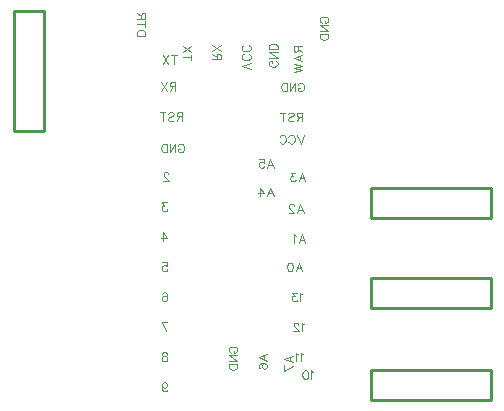
<source format=gbo>
G04 Layer: BottomSilkLayer*
G04 EasyEDA v6.4.7, 2020-11-10T19:46:02+00:00*
G04 68ef014cab984e83be15227dbec4fbb5,fc2761ce2fcb42ad9aa58f7a23a2c2a4,10*
G04 Gerber Generator version 0.2*
G04 Scale: 100 percent, Rotated: No, Reflected: No *
G04 Dimensions in millimeters *
G04 leading zeros omitted , absolute positions ,3 integer and 3 decimal *
%FSLAX33Y33*%
%MOMM*%
G90*
D02*

%ADD10C,0.254000*%
%ADD30C,0.101600*%

%LPD*%
G54D10*
G01X46101Y41444D02*
G01X46101Y31538D01*
G01X43561Y31538D01*
G01X43561Y41698D01*
G01X46101Y41698D01*
G01X46101Y41444D01*
G01X74041Y11345D02*
G01X83947Y11345D01*
G01X83947Y8805D01*
G01X73787Y8805D01*
G01X73787Y11345D01*
G01X74041Y11345D01*
G01X74041Y19092D02*
G01X83947Y19092D01*
G01X83947Y16552D01*
G01X73787Y16552D01*
G01X73787Y19092D01*
G01X74041Y19092D01*
G01X74041Y26712D02*
G01X83947Y26712D01*
G01X83947Y24172D01*
G01X73787Y24172D01*
G01X73787Y26712D01*
G01X74041Y26712D01*
G54D30*
G01X57154Y37959D02*
G01X57154Y37230D01*
G01X57395Y37959D02*
G01X56910Y37959D01*
G01X56682Y37959D02*
G01X56197Y37230D01*
G01X56197Y37959D02*
G01X56682Y37230D01*
G01X57268Y35673D02*
G01X57268Y34944D01*
G01X57268Y35673D02*
G01X56956Y35673D01*
G01X56852Y35637D01*
G01X56819Y35602D01*
G01X56783Y35533D01*
G01X56783Y35465D01*
G01X56819Y35396D01*
G01X56852Y35361D01*
G01X56956Y35325D01*
G01X57268Y35325D01*
G01X57027Y35325D02*
G01X56783Y34944D01*
G01X56555Y35673D02*
G01X56070Y34944D01*
G01X56070Y35673D02*
G01X56555Y34944D01*
G01X57855Y33133D02*
G01X57855Y32404D01*
G01X57855Y33133D02*
G01X57543Y33133D01*
G01X57439Y33097D01*
G01X57406Y33062D01*
G01X57370Y32993D01*
G01X57370Y32925D01*
G01X57406Y32856D01*
G01X57439Y32821D01*
G01X57543Y32785D01*
G01X57855Y32785D01*
G01X57614Y32785D02*
G01X57370Y32404D01*
G01X56656Y33029D02*
G01X56725Y33097D01*
G01X56829Y33133D01*
G01X56969Y33133D01*
G01X57073Y33097D01*
G01X57141Y33029D01*
G01X57141Y32958D01*
G01X57106Y32889D01*
G01X57073Y32856D01*
G01X57004Y32821D01*
G01X56796Y32752D01*
G01X56725Y32716D01*
G01X56692Y32681D01*
G01X56656Y32612D01*
G01X56656Y32508D01*
G01X56725Y32440D01*
G01X56829Y32404D01*
G01X56969Y32404D01*
G01X57073Y32440D01*
G01X57141Y32508D01*
G01X56186Y33133D02*
G01X56186Y32404D01*
G01X56428Y33133D02*
G01X55943Y33133D01*
G01X57495Y30291D02*
G01X57530Y30362D01*
G01X57599Y30430D01*
G01X57670Y30466D01*
G01X57807Y30466D01*
G01X57876Y30430D01*
G01X57947Y30362D01*
G01X57980Y30291D01*
G01X58015Y30189D01*
G01X58015Y30014D01*
G01X57980Y29910D01*
G01X57947Y29841D01*
G01X57876Y29773D01*
G01X57807Y29737D01*
G01X57670Y29737D01*
G01X57599Y29773D01*
G01X57530Y29841D01*
G01X57495Y29910D01*
G01X57495Y30014D01*
G01X57670Y30014D02*
G01X57495Y30014D01*
G01X57266Y30466D02*
G01X57266Y29737D01*
G01X57266Y30466D02*
G01X56783Y29737D01*
G01X56783Y30466D02*
G01X56783Y29737D01*
G01X56555Y30466D02*
G01X56555Y29737D01*
G01X56555Y30466D02*
G01X56311Y30466D01*
G01X56207Y30430D01*
G01X56138Y30362D01*
G01X56103Y30291D01*
G01X56070Y30189D01*
G01X56070Y30014D01*
G01X56103Y29910D01*
G01X56138Y29841D01*
G01X56207Y29773D01*
G01X56311Y29737D01*
G01X56555Y29737D01*
G01X56677Y27878D02*
G01X56677Y27913D01*
G01X56644Y27982D01*
G01X56608Y28017D01*
G01X56540Y28053D01*
G01X56400Y28053D01*
G01X56331Y28017D01*
G01X56296Y27982D01*
G01X56263Y27913D01*
G01X56263Y27845D01*
G01X56296Y27776D01*
G01X56367Y27672D01*
G01X56712Y27324D01*
G01X56227Y27324D01*
G01X56517Y25513D02*
G01X56136Y25513D01*
G01X56344Y25236D01*
G01X56240Y25236D01*
G01X56169Y25201D01*
G01X56136Y25165D01*
G01X56100Y25061D01*
G01X56100Y24992D01*
G01X56136Y24888D01*
G01X56204Y24820D01*
G01X56308Y24784D01*
G01X56413Y24784D01*
G01X56517Y24820D01*
G01X56550Y24855D01*
G01X56585Y24924D01*
G01X56240Y22973D02*
G01X56585Y22488D01*
G01X56065Y22488D01*
G01X56240Y22973D02*
G01X56240Y22244D01*
G01X56169Y20433D02*
G01X56517Y20433D01*
G01X56550Y20121D01*
G01X56517Y20156D01*
G01X56413Y20189D01*
G01X56308Y20189D01*
G01X56204Y20156D01*
G01X56136Y20085D01*
G01X56100Y19981D01*
G01X56100Y19912D01*
G01X56136Y19808D01*
G01X56204Y19740D01*
G01X56308Y19704D01*
G01X56413Y19704D01*
G01X56517Y19740D01*
G01X56550Y19775D01*
G01X56585Y19844D01*
G01X56169Y17789D02*
G01X56204Y17857D01*
G01X56308Y17893D01*
G01X56377Y17893D01*
G01X56481Y17857D01*
G01X56550Y17753D01*
G01X56585Y17581D01*
G01X56585Y17408D01*
G01X56550Y17268D01*
G01X56481Y17200D01*
G01X56377Y17164D01*
G01X56344Y17164D01*
G01X56240Y17200D01*
G01X56169Y17268D01*
G01X56136Y17372D01*
G01X56136Y17408D01*
G01X56169Y17512D01*
G01X56240Y17581D01*
G01X56344Y17616D01*
G01X56377Y17616D01*
G01X56481Y17581D01*
G01X56550Y17512D01*
G01X56585Y17408D01*
G01X56100Y15353D02*
G01X56446Y14624D01*
G01X56585Y15353D02*
G01X56100Y15353D01*
G01X56413Y12813D02*
G01X56517Y12777D01*
G01X56550Y12709D01*
G01X56550Y12638D01*
G01X56517Y12569D01*
G01X56446Y12536D01*
G01X56308Y12501D01*
G01X56204Y12465D01*
G01X56136Y12396D01*
G01X56100Y12328D01*
G01X56100Y12224D01*
G01X56136Y12155D01*
G01X56169Y12120D01*
G01X56273Y12084D01*
G01X56413Y12084D01*
G01X56517Y12120D01*
G01X56550Y12155D01*
G01X56585Y12224D01*
G01X56585Y12328D01*
G01X56550Y12396D01*
G01X56481Y12465D01*
G01X56377Y12501D01*
G01X56240Y12536D01*
G01X56169Y12569D01*
G01X56136Y12638D01*
G01X56136Y12709D01*
G01X56169Y12777D01*
G01X56273Y12813D01*
G01X56413Y12813D01*
G01X56136Y10029D02*
G01X56169Y9925D01*
G01X56240Y9856D01*
G01X56344Y9821D01*
G01X56377Y9821D01*
G01X56481Y9856D01*
G01X56550Y9925D01*
G01X56585Y10029D01*
G01X56585Y10065D01*
G01X56550Y10169D01*
G01X56481Y10237D01*
G01X56377Y10273D01*
G01X56344Y10273D01*
G01X56240Y10237D01*
G01X56169Y10169D01*
G01X56136Y10029D01*
G01X56136Y9856D01*
G01X56169Y9684D01*
G01X56240Y9580D01*
G01X56344Y9544D01*
G01X56413Y9544D01*
G01X56517Y9580D01*
G01X56550Y9648D01*
G01X67296Y38742D02*
G01X68024Y38742D01*
G01X67296Y38742D02*
G01X67296Y38430D01*
G01X67331Y38326D01*
G01X67367Y38293D01*
G01X67435Y38257D01*
G01X67504Y38257D01*
G01X67572Y38293D01*
G01X67608Y38326D01*
G01X67643Y38430D01*
G01X67643Y38742D01*
G01X67643Y38501D02*
G01X68024Y38257D01*
G01X67296Y37752D02*
G01X68024Y38029D01*
G01X67296Y37752D02*
G01X68024Y37475D01*
G01X67781Y37925D02*
G01X67781Y37579D01*
G01X67296Y37246D02*
G01X68024Y37074D01*
G01X67296Y36901D02*
G01X68024Y37074D01*
G01X67296Y36901D02*
G01X68024Y36726D01*
G01X67296Y36553D02*
G01X68024Y36726D01*
G01X67647Y35481D02*
G01X67683Y35552D01*
G01X67752Y35621D01*
G01X67823Y35656D01*
G01X67960Y35656D01*
G01X68028Y35621D01*
G01X68100Y35552D01*
G01X68133Y35481D01*
G01X68168Y35380D01*
G01X68168Y35204D01*
G01X68133Y35100D01*
G01X68100Y35032D01*
G01X68028Y34963D01*
G01X67960Y34927D01*
G01X67823Y34927D01*
G01X67752Y34963D01*
G01X67683Y35032D01*
G01X67647Y35100D01*
G01X67647Y35204D01*
G01X67823Y35204D02*
G01X67647Y35204D01*
G01X67419Y35656D02*
G01X67419Y34927D01*
G01X67419Y35656D02*
G01X66936Y34927D01*
G01X66936Y35656D02*
G01X66936Y34927D01*
G01X66708Y35656D02*
G01X66708Y34927D01*
G01X66708Y35656D02*
G01X66464Y35656D01*
G01X66360Y35621D01*
G01X66291Y35552D01*
G01X66255Y35481D01*
G01X66222Y35380D01*
G01X66222Y35204D01*
G01X66255Y35100D01*
G01X66291Y35032D01*
G01X66360Y34963D01*
G01X66464Y34927D01*
G01X66708Y34927D01*
G01X68008Y33116D02*
G01X68008Y32387D01*
G01X68008Y33116D02*
G01X67696Y33116D01*
G01X67592Y33081D01*
G01X67559Y33045D01*
G01X67523Y32977D01*
G01X67523Y32908D01*
G01X67559Y32840D01*
G01X67592Y32804D01*
G01X67696Y32768D01*
G01X68008Y32768D01*
G01X67767Y32768D02*
G01X67523Y32387D01*
G01X66809Y33012D02*
G01X66878Y33081D01*
G01X66982Y33116D01*
G01X67122Y33116D01*
G01X67226Y33081D01*
G01X67294Y33012D01*
G01X67294Y32941D01*
G01X67259Y32873D01*
G01X67226Y32840D01*
G01X67157Y32804D01*
G01X66949Y32735D01*
G01X66878Y32700D01*
G01X66845Y32664D01*
G01X66809Y32596D01*
G01X66809Y32492D01*
G01X66878Y32423D01*
G01X66982Y32387D01*
G01X67122Y32387D01*
G01X67226Y32423D01*
G01X67294Y32492D01*
G01X66339Y33116D02*
G01X66339Y32387D01*
G01X66581Y33116D02*
G01X66095Y33116D01*
G01X68145Y31211D02*
G01X67868Y30482D01*
G01X67592Y31211D02*
G01X67868Y30482D01*
G01X66842Y31036D02*
G01X66878Y31107D01*
G01X66946Y31176D01*
G01X67015Y31211D01*
G01X67155Y31211D01*
G01X67223Y31176D01*
G01X67294Y31107D01*
G01X67327Y31036D01*
G01X67363Y30935D01*
G01X67363Y30759D01*
G01X67327Y30655D01*
G01X67294Y30587D01*
G01X67223Y30518D01*
G01X67155Y30482D01*
G01X67015Y30482D01*
G01X66946Y30518D01*
G01X66878Y30587D01*
G01X66842Y30655D01*
G01X66095Y31036D02*
G01X66129Y31107D01*
G01X66200Y31176D01*
G01X66268Y31211D01*
G01X66405Y31211D01*
G01X66476Y31176D01*
G01X66545Y31107D01*
G01X66581Y31036D01*
G01X66614Y30935D01*
G01X66614Y30759D01*
G01X66581Y30655D01*
G01X66545Y30587D01*
G01X66476Y30518D01*
G01X66405Y30482D01*
G01X66268Y30482D01*
G01X66200Y30518D01*
G01X66129Y30587D01*
G01X66095Y30655D01*
G01X65308Y29179D02*
G01X65585Y28450D01*
G01X65308Y29179D02*
G01X65031Y28450D01*
G01X65481Y28694D02*
G01X65135Y28694D01*
G01X64386Y29179D02*
G01X64734Y29179D01*
G01X64767Y28867D01*
G01X64734Y28903D01*
G01X64630Y28936D01*
G01X64526Y28936D01*
G01X64422Y28903D01*
G01X64353Y28831D01*
G01X64317Y28727D01*
G01X64317Y28659D01*
G01X64353Y28555D01*
G01X64422Y28486D01*
G01X64526Y28450D01*
G01X64630Y28450D01*
G01X64734Y28486D01*
G01X64767Y28522D01*
G01X64803Y28590D01*
G01X67975Y28036D02*
G01X68252Y27307D01*
G01X67975Y28036D02*
G01X67698Y27307D01*
G01X68148Y27551D02*
G01X67802Y27551D01*
G01X67401Y28036D02*
G01X67020Y28036D01*
G01X67226Y27760D01*
G01X67122Y27760D01*
G01X67053Y27724D01*
G01X67020Y27688D01*
G01X66984Y27584D01*
G01X66984Y27516D01*
G01X67020Y27412D01*
G01X67089Y27343D01*
G01X67193Y27307D01*
G01X67297Y27307D01*
G01X67401Y27343D01*
G01X67434Y27379D01*
G01X67470Y27447D01*
G01X65308Y26766D02*
G01X65585Y26037D01*
G01X65308Y26766D02*
G01X65031Y26037D01*
G01X65481Y26281D02*
G01X65135Y26281D01*
G01X64455Y26766D02*
G01X64803Y26281D01*
G01X64282Y26281D01*
G01X64455Y26766D02*
G01X64455Y26037D01*
G01X67848Y25369D02*
G01X68125Y24640D01*
G01X67848Y25369D02*
G01X67571Y24640D01*
G01X68021Y24884D02*
G01X67675Y24884D01*
G01X67307Y25194D02*
G01X67307Y25230D01*
G01X67274Y25298D01*
G01X67238Y25334D01*
G01X67170Y25369D01*
G01X67030Y25369D01*
G01X66962Y25334D01*
G01X66926Y25298D01*
G01X66893Y25230D01*
G01X66893Y25161D01*
G01X66926Y25093D01*
G01X66995Y24988D01*
G01X67343Y24640D01*
G01X66857Y24640D01*
G01X67975Y22829D02*
G01X68252Y22100D01*
G01X67975Y22829D02*
G01X67698Y22100D01*
G01X68148Y22344D02*
G01X67802Y22344D01*
G01X67470Y22690D02*
G01X67401Y22725D01*
G01X67297Y22829D01*
G01X67297Y22100D01*
G01X67721Y20416D02*
G01X67998Y19687D01*
G01X67721Y20416D02*
G01X67444Y19687D01*
G01X67894Y19931D02*
G01X67548Y19931D01*
G01X67007Y20416D02*
G01X67111Y20381D01*
G01X67180Y20277D01*
G01X67216Y20104D01*
G01X67216Y20000D01*
G01X67180Y19827D01*
G01X67111Y19723D01*
G01X67007Y19687D01*
G01X66939Y19687D01*
G01X66835Y19723D01*
G01X66766Y19827D01*
G01X66730Y20000D01*
G01X66730Y20104D01*
G01X66766Y20277D01*
G01X66835Y20381D01*
G01X66939Y20416D01*
G01X67007Y20416D01*
G01X67998Y17737D02*
G01X67929Y17772D01*
G01X67825Y17876D01*
G01X67825Y17147D01*
G01X67528Y17876D02*
G01X67147Y17876D01*
G01X67353Y17600D01*
G01X67249Y17600D01*
G01X67180Y17564D01*
G01X67147Y17528D01*
G01X67111Y17424D01*
G01X67111Y17356D01*
G01X67147Y17252D01*
G01X67216Y17183D01*
G01X67320Y17147D01*
G01X67424Y17147D01*
G01X67528Y17183D01*
G01X67561Y17219D01*
G01X67597Y17287D01*
G01X68125Y15197D02*
G01X68056Y15232D01*
G01X67952Y15336D01*
G01X67952Y14607D01*
G01X67688Y15161D02*
G01X67688Y15197D01*
G01X67655Y15265D01*
G01X67619Y15301D01*
G01X67551Y15336D01*
G01X67411Y15336D01*
G01X67343Y15301D01*
G01X67307Y15265D01*
G01X67274Y15197D01*
G01X67274Y15128D01*
G01X67307Y15060D01*
G01X67376Y14955D01*
G01X67724Y14607D01*
G01X67238Y14607D01*
G01X68067Y12657D02*
G01X67998Y12692D01*
G01X67894Y12796D01*
G01X67894Y12067D01*
G01X67665Y12657D02*
G01X67597Y12692D01*
G01X67492Y12796D01*
G01X67492Y12067D01*
G01X54724Y39630D02*
G01X53995Y39630D01*
G01X54724Y39630D02*
G01X54724Y39871D01*
G01X54689Y39975D01*
G01X54620Y40046D01*
G01X54549Y40079D01*
G01X54448Y40115D01*
G01X54272Y40115D01*
G01X54168Y40079D01*
G01X54100Y40046D01*
G01X54031Y39975D01*
G01X53995Y39871D01*
G01X53995Y39630D01*
G01X54724Y40585D02*
G01X53995Y40585D01*
G01X54724Y40344D02*
G01X54724Y40829D01*
G01X54724Y41057D02*
G01X53995Y41057D01*
G01X54724Y41057D02*
G01X54724Y41370D01*
G01X54689Y41471D01*
G01X54653Y41507D01*
G01X54585Y41542D01*
G01X54516Y41542D01*
G01X54448Y41507D01*
G01X54412Y41471D01*
G01X54376Y41370D01*
G01X54376Y41057D01*
G01X54376Y41299D02*
G01X53995Y41542D01*
G01X58627Y37787D02*
G01X57898Y37787D01*
G01X58627Y37545D02*
G01X58627Y38031D01*
G01X58627Y38259D02*
G01X57898Y38744D01*
G01X58627Y38744D02*
G01X57898Y38259D01*
G01X61098Y37617D02*
G01X60369Y37617D01*
G01X61098Y37617D02*
G01X61098Y37929D01*
G01X61063Y38033D01*
G01X61027Y38066D01*
G01X60959Y38102D01*
G01X60890Y38102D01*
G01X60822Y38066D01*
G01X60786Y38033D01*
G01X60750Y37929D01*
G01X60750Y37617D01*
G01X60750Y37858D02*
G01X60369Y38102D01*
G01X61098Y38330D02*
G01X60369Y38815D01*
G01X61098Y38815D02*
G01X60369Y38330D01*
G01X63638Y36766D02*
G01X62909Y37043D01*
G01X63638Y37319D02*
G01X62909Y37043D01*
G01X63463Y38069D02*
G01X63534Y38033D01*
G01X63603Y37965D01*
G01X63638Y37896D01*
G01X63638Y37756D01*
G01X63603Y37688D01*
G01X63534Y37617D01*
G01X63463Y37584D01*
G01X63362Y37548D01*
G01X63186Y37548D01*
G01X63082Y37584D01*
G01X63014Y37617D01*
G01X62945Y37688D01*
G01X62909Y37756D01*
G01X62909Y37896D01*
G01X62945Y37965D01*
G01X63014Y38033D01*
G01X63082Y38069D01*
G01X63463Y38815D02*
G01X63534Y38782D01*
G01X63603Y38711D01*
G01X63638Y38643D01*
G01X63638Y38506D01*
G01X63603Y38434D01*
G01X63534Y38366D01*
G01X63463Y38330D01*
G01X63362Y38297D01*
G01X63186Y38297D01*
G01X63082Y38330D01*
G01X63014Y38366D01*
G01X62945Y38434D01*
G01X62909Y38506D01*
G01X62909Y38643D01*
G01X62945Y38711D01*
G01X63014Y38782D01*
G01X63082Y38815D01*
G01X65749Y37518D02*
G01X65820Y37482D01*
G01X65889Y37413D01*
G01X65924Y37342D01*
G01X65924Y37205D01*
G01X65889Y37137D01*
G01X65820Y37065D01*
G01X65749Y37032D01*
G01X65648Y36997D01*
G01X65472Y36997D01*
G01X65368Y37032D01*
G01X65300Y37065D01*
G01X65231Y37137D01*
G01X65195Y37205D01*
G01X65195Y37342D01*
G01X65231Y37413D01*
G01X65300Y37482D01*
G01X65368Y37518D01*
G01X65472Y37518D01*
G01X65472Y37342D02*
G01X65472Y37518D01*
G01X65924Y37746D02*
G01X65195Y37746D01*
G01X65924Y37746D02*
G01X65195Y38229D01*
G01X65924Y38229D02*
G01X65195Y38229D01*
G01X65924Y38457D02*
G01X65195Y38457D01*
G01X65924Y38457D02*
G01X65924Y38701D01*
G01X65889Y38805D01*
G01X65820Y38874D01*
G01X65749Y38909D01*
G01X65648Y38942D01*
G01X65472Y38942D01*
G01X65368Y38909D01*
G01X65300Y38874D01*
G01X65231Y38805D01*
G01X65195Y38701D01*
G01X65195Y38457D01*
G01X69671Y40722D02*
G01X69600Y40757D01*
G01X69531Y40826D01*
G01X69496Y40897D01*
G01X69496Y41034D01*
G01X69531Y41103D01*
G01X69600Y41174D01*
G01X69671Y41207D01*
G01X69772Y41242D01*
G01X69948Y41242D01*
G01X70052Y41207D01*
G01X70120Y41174D01*
G01X70189Y41103D01*
G01X70224Y41034D01*
G01X70224Y40897D01*
G01X70189Y40826D01*
G01X70120Y40757D01*
G01X70052Y40722D01*
G01X69948Y40722D01*
G01X69948Y40897D02*
G01X69948Y40722D01*
G01X69496Y40493D02*
G01X70224Y40493D01*
G01X69496Y40493D02*
G01X70224Y40011D01*
G01X69496Y40011D02*
G01X70224Y40011D01*
G01X69496Y39782D02*
G01X70224Y39782D01*
G01X69496Y39782D02*
G01X69496Y39538D01*
G01X69531Y39434D01*
G01X69600Y39365D01*
G01X69671Y39330D01*
G01X69772Y39297D01*
G01X69948Y39297D01*
G01X70052Y39330D01*
G01X70120Y39365D01*
G01X70189Y39434D01*
G01X70224Y39538D01*
G01X70224Y39782D01*
G01X68902Y11149D02*
G01X68834Y11185D01*
G01X68729Y11289D01*
G01X68729Y10560D01*
G01X68292Y11289D02*
G01X68397Y11253D01*
G01X68465Y11149D01*
G01X68501Y10977D01*
G01X68501Y10872D01*
G01X68465Y10700D01*
G01X68397Y10596D01*
G01X68292Y10560D01*
G01X68224Y10560D01*
G01X68120Y10596D01*
G01X68051Y10700D01*
G01X68016Y10872D01*
G01X68016Y10977D01*
G01X68051Y11149D01*
G01X68120Y11253D01*
G01X68224Y11289D01*
G01X68292Y11289D01*
G01X66479Y12266D02*
G01X67208Y12543D01*
G01X66479Y12266D02*
G01X67208Y11989D01*
G01X66964Y12438D02*
G01X66964Y12093D01*
G01X66479Y11275D02*
G01X67208Y11620D01*
G01X66479Y11760D02*
G01X66479Y11275D01*
G01X64320Y12393D02*
G01X65049Y12669D01*
G01X64320Y12393D02*
G01X65049Y12116D01*
G01X64805Y12565D02*
G01X64805Y12220D01*
G01X64424Y11471D02*
G01X64356Y11506D01*
G01X64320Y11610D01*
G01X64320Y11679D01*
G01X64356Y11783D01*
G01X64460Y11852D01*
G01X64632Y11887D01*
G01X64805Y11887D01*
G01X64945Y11852D01*
G01X65013Y11783D01*
G01X65049Y11679D01*
G01X65049Y11643D01*
G01X65013Y11539D01*
G01X64945Y11471D01*
G01X64841Y11438D01*
G01X64805Y11438D01*
G01X64701Y11471D01*
G01X64632Y11539D01*
G01X64597Y11643D01*
G01X64597Y11679D01*
G01X64632Y11783D01*
G01X64701Y11852D01*
G01X64805Y11887D01*
G01X61955Y12784D02*
G01X61884Y12819D01*
G01X61816Y12888D01*
G01X61780Y12959D01*
G01X61780Y13096D01*
G01X61816Y13165D01*
G01X61884Y13236D01*
G01X61955Y13269D01*
G01X62057Y13305D01*
G01X62232Y13305D01*
G01X62336Y13269D01*
G01X62405Y13236D01*
G01X62473Y13165D01*
G01X62509Y13096D01*
G01X62509Y12959D01*
G01X62473Y12888D01*
G01X62405Y12819D01*
G01X62336Y12784D01*
G01X62232Y12784D01*
G01X62232Y12959D02*
G01X62232Y12784D01*
G01X61780Y12555D02*
G01X62509Y12555D01*
G01X61780Y12555D02*
G01X62509Y12073D01*
G01X61780Y12073D02*
G01X62509Y12073D01*
G01X61780Y11844D02*
G01X62509Y11844D01*
G01X61780Y11844D02*
G01X61780Y11600D01*
G01X61816Y11496D01*
G01X61884Y11427D01*
G01X61955Y11392D01*
G01X62057Y11359D01*
G01X62232Y11359D01*
G01X62336Y11392D01*
G01X62405Y11427D01*
G01X62473Y11496D01*
G01X62509Y11600D01*
G01X62509Y11844D01*
M00*
M02*

</source>
